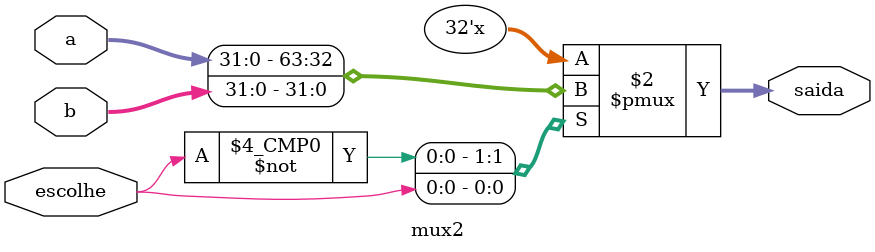
<source format=v>
module mux2(a, b, escolhe, saida);
	
	input[31:0] a, b;
	input escolhe;
	output reg[31:0] saida;

	always @(*) begin
		case(escolhe) 
			1'b0: begin
				saida = a;
			end
			1'b1: begin
				saida = b;
			end 
		endcase
	end
endmodule
</source>
